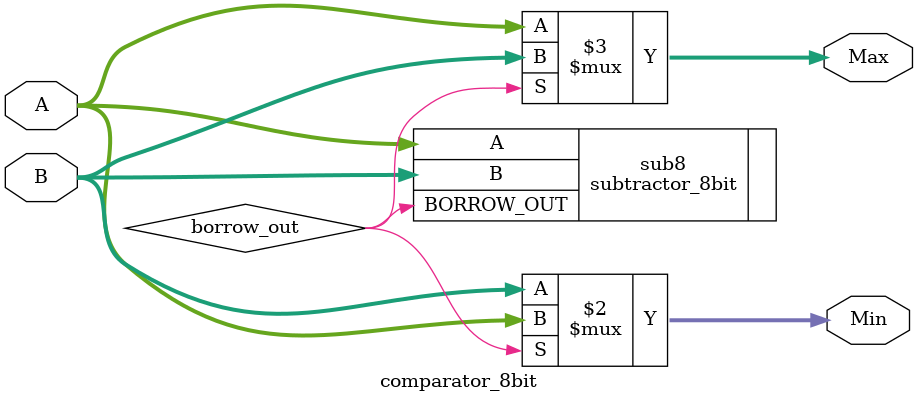
<source format=sv>
module comparator_8bit (
    input  logic [7:0] A,
    input  logic [7:0] B,
    output logic [7:0] Min,
    output logic [7:0] Max
);
    wire borrow_out;
    subtractor_8bit sub8 (
        .A(A),
        .B(B),
        .BORROW_OUT(borrow_out)
    );
  always_comb begin
    Min =(borrow_out) ? A : B;
    Max =(borrow_out) ? B : A;
  end
endmodule

</source>
